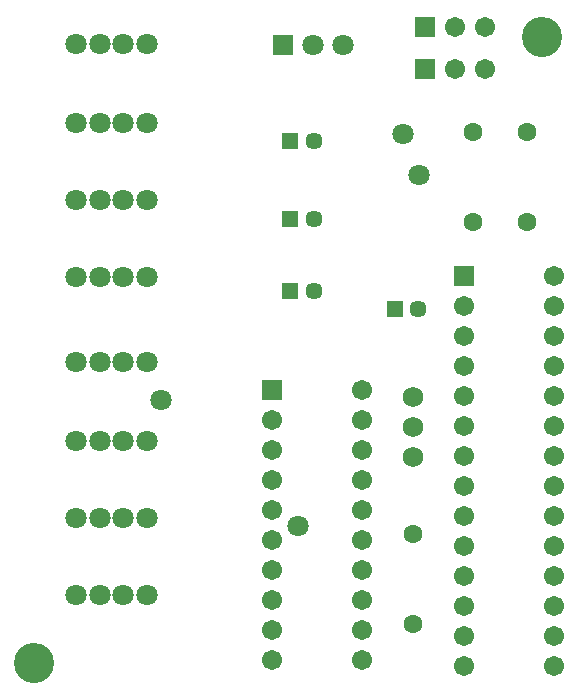
<source format=gbs>
G04 CAMtasticDXP RS274-X Output*
G04 Serial Number: 0000-00-00000*
G04 File Name:C:\UA\SALbot\Gerber files\Gerbtool\Garra2\garra_pcb2.gbs *
%FSLAX23Y23*%
%MOMM*%
%SFA1B1*%

%IPPOS*%
%ADD31C,1.603197*%
%ADD32C,1.727197*%
%ADD33C,1.803196*%
%ADD34R,1.803196X1.803196*%
%ADD35C,1.803196*%
%ADD36C,1.703197*%
%ADD37R,1.703197X1.703197*%
%ADD38C,1.453197*%
%ADD39R,1.453197X1.453197*%
%ADD40C,1.703197*%
%ADD41R,1.703197X1.703197*%
%ADD42C,3.403193*%
G54D31*
X35561Y6859D03*
Y14479D03*
X40641Y40895D03*
Y48515D03*
X45213Y40895D03*
Y48515D03*
G54D32*
X35585Y20957D03*
Y23497D03*
Y26037D03*
G54D33*
X7067Y55929D03*
X9067D03*
X11067D03*
X13067D03*
X7067Y49229D03*
X9067D03*
X11067D03*
X13067D03*
X7067Y42729D03*
X9067D03*
X11067D03*
X13067D03*
X7067Y36229D03*
X9067D03*
X11067D03*
X13067D03*
X7067Y29005D03*
X9067D03*
X11067D03*
X13067D03*
X7067Y22305D03*
X9067D03*
X11067D03*
X13067D03*
X7067Y15805D03*
X9067D03*
X11067D03*
X13067D03*
X7067Y9305D03*
X9067D03*
X11067D03*
X13067D03*
X14290Y25782D03*
X34726Y48276D03*
X36151Y44876D03*
X25826Y15151D03*
G54D34*
X24635Y55881D03*
G54D35*
X27175Y55881D03*
X29715D03*
G54D36*
X41657Y57405D03*
X39117D03*
X41657Y53849D03*
X39117D03*
X47499Y3231D03*
Y5771D03*
Y8311D03*
Y10851D03*
Y13391D03*
Y15931D03*
Y18471D03*
Y21011D03*
Y23551D03*
Y26091D03*
Y28631D03*
Y31171D03*
Y33711D03*
Y36251D03*
X39879Y3231D03*
Y5771D03*
Y8311D03*
Y10851D03*
Y13391D03*
Y15931D03*
Y18471D03*
Y21011D03*
Y23551D03*
Y26091D03*
Y28631D03*
Y31171D03*
Y33711D03*
G54D37*
X36577Y57405D03*
Y53849D03*
X39879Y36251D03*
G54D38*
X27184Y47753D03*
Y41149D03*
Y35053D03*
X36053Y33529D03*
G54D39*
X25184Y47753D03*
Y41149D03*
Y35053D03*
X34053Y33529D03*
G54D40*
X31243Y3811D03*
Y6351D03*
Y8891D03*
Y11431D03*
Y13971D03*
Y16511D03*
Y19051D03*
Y21591D03*
Y24131D03*
Y26671D03*
X23623Y3811D03*
Y6351D03*
Y8891D03*
Y11431D03*
Y13971D03*
Y16511D03*
Y19051D03*
Y21591D03*
Y24131D03*
G54D41*
X23623Y26671D03*
G54D42*
X3501Y3501D03*
X46501Y56501D03*
M02*
</source>
